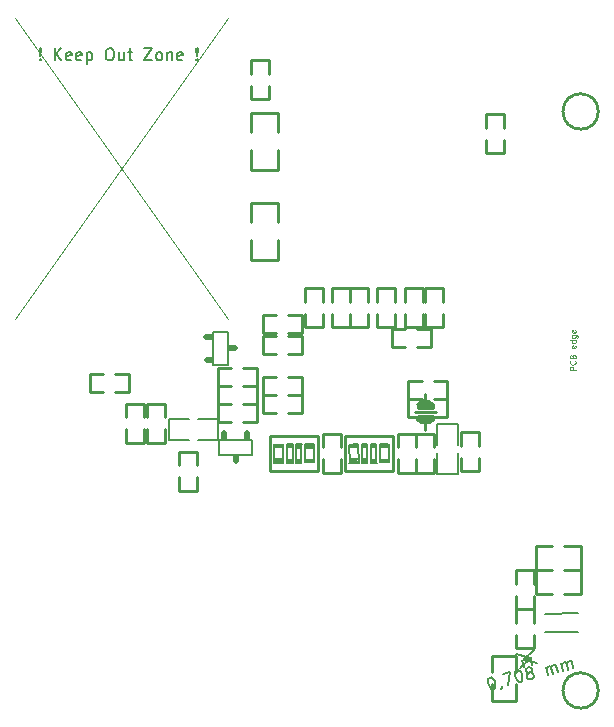
<source format=gbr>
G04 #@! TF.GenerationSoftware,KiCad,Pcbnew,(5.1.10)-1*
G04 #@! TF.CreationDate,2021-08-27T22:23:48-03:00*
G04 #@! TF.ProjectId,ESP32-GATEWAY_Rev_F,45535033-322d-4474-9154-455741595f52,F*
G04 #@! TF.SameCoordinates,Original*
G04 #@! TF.FileFunction,OtherDrawing,Comment*
%FSLAX46Y46*%
G04 Gerber Fmt 4.6, Leading zero omitted, Abs format (unit mm)*
G04 Created by KiCad (PCBNEW (5.1.10)-1) date 2021-08-27 22:23:48*
%MOMM*%
%LPD*%
G01*
G04 APERTURE LIST*
%ADD10C,0.150000*%
%ADD11C,0.254000*%
%ADD12C,0.127000*%
%ADD13C,0.480000*%
%ADD14C,0.120000*%
%ADD15C,0.080000*%
G04 APERTURE END LIST*
D10*
X111163791Y-122985040D02*
X111256063Y-122961459D01*
X111360126Y-122984015D01*
X111418053Y-123018361D01*
X111487770Y-123098843D01*
X111581068Y-123271598D01*
X111640020Y-123502280D01*
X111641045Y-123698615D01*
X111618490Y-123802678D01*
X111584144Y-123860605D01*
X111503662Y-123930322D01*
X111411389Y-123953903D01*
X111307326Y-123931347D01*
X111249399Y-123897001D01*
X111179682Y-123816519D01*
X111086384Y-123643764D01*
X111027432Y-123413083D01*
X111026407Y-123216747D01*
X111048963Y-123112684D01*
X111083308Y-123054757D01*
X111163791Y-122985040D01*
X112183916Y-123707330D02*
X112195706Y-123753466D01*
X112173151Y-123857529D01*
X112138805Y-123915456D01*
X112271062Y-122702071D02*
X112916971Y-122537005D01*
X112749342Y-123611981D01*
X113470607Y-122395520D02*
X113562880Y-122371940D01*
X113666943Y-122394495D01*
X113724869Y-122428841D01*
X113794586Y-122509323D01*
X113887884Y-122682078D01*
X113946836Y-122912760D01*
X113947861Y-123109096D01*
X113925306Y-123213159D01*
X113890960Y-123271085D01*
X113810478Y-123340802D01*
X113718205Y-123364383D01*
X113614142Y-123341828D01*
X113556215Y-123307482D01*
X113486498Y-123227000D01*
X113393200Y-123054245D01*
X113334248Y-122823563D01*
X113333223Y-122627227D01*
X113355779Y-122523164D01*
X113390125Y-122465238D01*
X113470607Y-122395520D01*
X114453311Y-122586730D02*
X114349248Y-122564174D01*
X114291321Y-122529828D01*
X114221604Y-122449346D01*
X114209813Y-122403210D01*
X114232369Y-122299147D01*
X114266715Y-122241220D01*
X114347197Y-122171503D01*
X114531742Y-122124341D01*
X114635805Y-122146897D01*
X114693732Y-122181243D01*
X114763449Y-122261725D01*
X114775240Y-122307861D01*
X114752684Y-122411924D01*
X114718338Y-122469851D01*
X114637856Y-122539568D01*
X114453311Y-122586730D01*
X114372828Y-122656447D01*
X114338482Y-122714374D01*
X114315927Y-122818437D01*
X114363088Y-123002982D01*
X114432806Y-123083464D01*
X114490732Y-123117810D01*
X114594795Y-123140366D01*
X114779341Y-123093204D01*
X114859823Y-123023487D01*
X114894169Y-122965560D01*
X114916724Y-122861497D01*
X114869563Y-122676952D01*
X114799846Y-122596470D01*
X114741919Y-122562124D01*
X114637856Y-122539568D01*
X116117294Y-122751283D02*
X115952228Y-122105374D01*
X115975809Y-122197647D02*
X116010155Y-122139720D01*
X116090637Y-122070003D01*
X116229046Y-122034632D01*
X116333109Y-122057187D01*
X116402827Y-122137670D01*
X116532521Y-122645169D01*
X116402827Y-122137670D02*
X116425382Y-122033607D01*
X116505864Y-121963890D01*
X116644273Y-121928518D01*
X116748336Y-121951074D01*
X116818053Y-122031556D01*
X116947748Y-122539056D01*
X117409111Y-122421152D02*
X117244045Y-121775243D01*
X117267626Y-121867516D02*
X117301972Y-121809589D01*
X117382454Y-121739872D01*
X117520863Y-121704501D01*
X117624926Y-121727056D01*
X117694644Y-121807539D01*
X117824338Y-122315038D01*
X117694644Y-121807539D02*
X117717199Y-121703476D01*
X117797681Y-121633758D01*
X117936090Y-121598387D01*
X118040153Y-121620943D01*
X118109870Y-121701425D01*
X118239565Y-122208925D01*
X113956418Y-121494808D02*
X114642218Y-121319548D01*
X113946940Y-121457720D02*
X114101615Y-122062969D01*
X114632740Y-121282460D02*
X114787415Y-121887709D01*
X114642218Y-121319548D02*
X113695987Y-122166630D01*
X114642218Y-121319548D02*
X113405594Y-121030307D01*
X113956418Y-121494808D02*
X115193042Y-121784049D01*
X113956418Y-121494808D02*
X114902649Y-120647726D01*
D11*
X89281000Y-98298000D02*
X88138000Y-98298000D01*
X88138000Y-98298000D02*
X88138000Y-96774000D01*
X88138000Y-96774000D02*
X89281000Y-96774000D01*
X90297000Y-98298000D02*
X91440000Y-98298000D01*
X91440000Y-98298000D02*
X91440000Y-96774000D01*
X91440000Y-96774000D02*
X90297000Y-96774000D01*
D12*
X86461600Y-102870000D02*
X88188800Y-102870000D01*
X88188800Y-101092000D02*
X88188800Y-102870000D01*
X88188800Y-101092000D02*
X86461600Y-101092000D01*
X85750400Y-101092000D02*
X84023200Y-101092000D01*
X84023200Y-101092000D02*
X84023200Y-102870000D01*
X84023200Y-102870000D02*
X85750400Y-102870000D01*
D11*
X90296999Y-98298000D02*
X91439999Y-98298000D01*
X91439999Y-98298000D02*
X91439999Y-99822000D01*
X91439999Y-99822000D02*
X90296999Y-99822000D01*
X89280999Y-98298000D02*
X88137999Y-98298000D01*
X88137999Y-98298000D02*
X88137999Y-99822000D01*
X88137999Y-99822000D02*
X89280999Y-99822000D01*
D13*
X87193120Y-94165420D02*
X87563960Y-94165420D01*
X87200740Y-96078040D02*
X87571580Y-96078040D01*
X89202260Y-95120460D02*
X89573100Y-95120460D01*
D10*
X87739220Y-93708220D02*
X89042240Y-93708220D01*
X89047320Y-96547940D02*
X87749380Y-96547940D01*
X89042240Y-95115380D02*
X89044780Y-93766640D01*
X89042240Y-95117920D02*
X89042240Y-96540320D01*
X87739220Y-96532700D02*
X87739220Y-93713300D01*
D11*
X90296999Y-99822000D02*
X91439999Y-99822000D01*
X91439999Y-99822000D02*
X91439999Y-101346000D01*
X91439999Y-101346000D02*
X90296999Y-101346000D01*
X89280999Y-99822000D02*
X88137999Y-99822000D01*
X88137999Y-99822000D02*
X88137999Y-101346000D01*
X88137999Y-101346000D02*
X89280999Y-101346000D01*
D13*
X90619580Y-102306120D02*
X90619580Y-102676960D01*
X88706960Y-102313740D02*
X88706960Y-102684580D01*
X89664540Y-104315260D02*
X89664540Y-104686100D01*
D10*
X91076780Y-102852220D02*
X91076780Y-104155240D01*
X88237060Y-104160320D02*
X88237060Y-102862380D01*
X89669620Y-104155240D02*
X91018360Y-104157780D01*
X89667080Y-104155240D02*
X88244680Y-104155240D01*
X88252300Y-102852220D02*
X91071700Y-102852220D01*
D11*
X84863940Y-105008680D02*
X84863940Y-103865680D01*
X84863940Y-103865680D02*
X86387940Y-103865680D01*
X86387940Y-103865680D02*
X86387940Y-105008680D01*
X84863940Y-106024680D02*
X84863940Y-107167680D01*
X84863940Y-107167680D02*
X86387940Y-107167680D01*
X86387940Y-107167680D02*
X86387940Y-106024680D01*
X115062000Y-113919000D02*
X116459000Y-113919000D01*
X115062000Y-115951000D02*
X116459000Y-115951000D01*
X117475000Y-113919000D02*
X118872000Y-113919000D01*
X117475000Y-115951000D02*
X118872000Y-115951000D01*
X115062000Y-115951000D02*
X115062000Y-113919000D01*
X118872000Y-115951000D02*
X118872000Y-113919000D01*
X115062000Y-111887000D02*
X116459000Y-111887000D01*
X115062000Y-113919000D02*
X116459000Y-113919000D01*
X117475000Y-111887000D02*
X118872000Y-111887000D01*
X117475000Y-113919000D02*
X118872000Y-113919000D01*
X115062000Y-113919000D02*
X115062000Y-111887000D01*
X118872000Y-113919000D02*
X118872000Y-111887000D01*
X113411000Y-115062000D02*
X113411000Y-113919000D01*
X113411000Y-113919000D02*
X114935000Y-113919000D01*
X114935000Y-113919000D02*
X114935000Y-115062000D01*
X113411000Y-116078000D02*
X113411000Y-117221000D01*
X113411000Y-117221000D02*
X114935000Y-117221000D01*
X114935000Y-117221000D02*
X114935000Y-116078000D01*
X114935000Y-119380000D02*
X114935000Y-120523000D01*
X114935000Y-120523000D02*
X113411000Y-120523000D01*
X113411000Y-120523000D02*
X113411000Y-119380000D01*
X114935000Y-118364000D02*
X114935000Y-117221000D01*
X114935000Y-117221000D02*
X113411000Y-117221000D01*
X113411000Y-117221000D02*
X113411000Y-118364000D01*
X83693000Y-101981000D02*
X83693000Y-103124000D01*
X83693000Y-103124000D02*
X82169000Y-103124000D01*
X82169000Y-103124000D02*
X82169000Y-101981000D01*
X83693000Y-100965000D02*
X83693000Y-99822000D01*
X83693000Y-99822000D02*
X82169000Y-99822000D01*
X82169000Y-99822000D02*
X82169000Y-100965000D01*
X90932000Y-76835000D02*
X90932000Y-75184000D01*
X90932000Y-75184000D02*
X93218000Y-75184000D01*
X93218000Y-75184000D02*
X93218000Y-76835000D01*
X90932000Y-78359000D02*
X90932000Y-80010000D01*
X90932000Y-80010000D02*
X93218000Y-80010000D01*
X93218000Y-80010000D02*
X93218000Y-78359000D01*
X93218000Y-85979000D02*
X93218000Y-87630000D01*
X93218000Y-87630000D02*
X90932000Y-87630000D01*
X90932000Y-87630000D02*
X90932000Y-85979000D01*
X93218000Y-84455000D02*
X93218000Y-82804000D01*
X93218000Y-82804000D02*
X90932000Y-82804000D01*
X90932000Y-82804000D02*
X90932000Y-84455000D01*
X93091000Y-93853000D02*
X91948000Y-93853000D01*
X91948000Y-93853000D02*
X91948000Y-92329000D01*
X91948000Y-92329000D02*
X93091000Y-92329000D01*
X94107000Y-93853000D02*
X95250000Y-93853000D01*
X95250000Y-93853000D02*
X95250000Y-92329000D01*
X95250000Y-92329000D02*
X94107000Y-92329000D01*
X106426000Y-99441000D02*
X107569000Y-99441000D01*
X107569000Y-99441000D02*
X107569000Y-100965000D01*
X107569000Y-100965000D02*
X106426000Y-100965000D01*
X105410000Y-99441000D02*
X104267000Y-99441000D01*
X104267000Y-99441000D02*
X104267000Y-100965000D01*
X104267000Y-100965000D02*
X105410000Y-100965000D01*
X100838000Y-92202000D02*
X100838000Y-93345000D01*
X100838000Y-93345000D02*
X99314000Y-93345000D01*
X99314000Y-93345000D02*
X99314000Y-92202000D01*
X100838000Y-91186000D02*
X100838000Y-90043000D01*
X100838000Y-90043000D02*
X99314000Y-90043000D01*
X99314000Y-90043000D02*
X99314000Y-91186000D01*
X103124000Y-92202000D02*
X103124000Y-93345000D01*
X103124000Y-93345000D02*
X101600000Y-93345000D01*
X101600000Y-93345000D02*
X101600000Y-92202000D01*
X103124000Y-91186000D02*
X103124000Y-90043000D01*
X103124000Y-90043000D02*
X101600000Y-90043000D01*
X101600000Y-90043000D02*
X101600000Y-91186000D01*
X97028000Y-92202000D02*
X97028000Y-93345000D01*
X97028000Y-93345000D02*
X95504000Y-93345000D01*
X95504000Y-93345000D02*
X95504000Y-92202000D01*
X97028000Y-91186000D02*
X97028000Y-90043000D01*
X97028000Y-90043000D02*
X95504000Y-90043000D01*
X95504000Y-90043000D02*
X95504000Y-91186000D01*
X78465680Y-98772980D02*
X77322680Y-98772980D01*
X77322680Y-98772980D02*
X77322680Y-97248980D01*
X77322680Y-97248980D02*
X78465680Y-97248980D01*
X79481680Y-98772980D02*
X80624680Y-98772980D01*
X80624680Y-98772980D02*
X80624680Y-97248980D01*
X80624680Y-97248980D02*
X79481680Y-97248980D01*
X99314000Y-92202000D02*
X99314000Y-93345000D01*
X99314000Y-93345000D02*
X97790000Y-93345000D01*
X97790000Y-93345000D02*
X97790000Y-92202000D01*
X99314000Y-91186000D02*
X99314000Y-90043000D01*
X99314000Y-90043000D02*
X97790000Y-90043000D01*
X97790000Y-90043000D02*
X97790000Y-91186000D01*
X112395000Y-77470000D02*
X112395000Y-78613000D01*
X112395000Y-78613000D02*
X110871000Y-78613000D01*
X110871000Y-78613000D02*
X110871000Y-77470000D01*
X112395000Y-76454000D02*
X112395000Y-75311000D01*
X112395000Y-75311000D02*
X110871000Y-75311000D01*
X110871000Y-75311000D02*
X110871000Y-76454000D01*
X90932000Y-71882000D02*
X90932000Y-70739000D01*
X90932000Y-70739000D02*
X92456000Y-70739000D01*
X92456000Y-70739000D02*
X92456000Y-71882000D01*
X90932000Y-72898000D02*
X90932000Y-74041000D01*
X90932000Y-74041000D02*
X92456000Y-74041000D01*
X92456000Y-74041000D02*
X92456000Y-72898000D01*
X80391000Y-100965000D02*
X80391000Y-99822000D01*
X80391000Y-99822000D02*
X81915000Y-99822000D01*
X81915000Y-99822000D02*
X81915000Y-100965000D01*
X80391000Y-101981000D02*
X80391000Y-103124000D01*
X80391000Y-103124000D02*
X81915000Y-103124000D01*
X81915000Y-103124000D02*
X81915000Y-101981000D01*
X105410000Y-99441000D02*
X104267000Y-99441000D01*
X104267000Y-99441000D02*
X104267000Y-97917000D01*
X104267000Y-97917000D02*
X105410000Y-97917000D01*
X106426000Y-99441000D02*
X107569000Y-99441000D01*
X107569000Y-99441000D02*
X107569000Y-97917000D01*
X107569000Y-97917000D02*
X106426000Y-97917000D01*
X93091000Y-99060000D02*
X91948000Y-99060000D01*
X91948000Y-99060000D02*
X91948000Y-97536000D01*
X91948000Y-97536000D02*
X93091000Y-97536000D01*
X94107000Y-99060000D02*
X95250000Y-99060000D01*
X95250000Y-99060000D02*
X95250000Y-97536000D01*
X95250000Y-97536000D02*
X94107000Y-97536000D01*
X93091000Y-100584000D02*
X91948000Y-100584000D01*
X91948000Y-100584000D02*
X91948000Y-99060000D01*
X91948000Y-99060000D02*
X93091000Y-99060000D01*
X94107000Y-100584000D02*
X95250000Y-100584000D01*
X95250000Y-100584000D02*
X95250000Y-99060000D01*
X95250000Y-99060000D02*
X94107000Y-99060000D01*
X93091000Y-95631000D02*
X91948000Y-95631000D01*
X91948000Y-95631000D02*
X91948000Y-94107000D01*
X91948000Y-94107000D02*
X93091000Y-94107000D01*
X94107000Y-95631000D02*
X95250000Y-95631000D01*
X95250000Y-95631000D02*
X95250000Y-94107000D01*
X95250000Y-94107000D02*
X94107000Y-94107000D01*
X105029000Y-93472000D02*
X106172000Y-93472000D01*
X106172000Y-93472000D02*
X106172000Y-94996000D01*
X106172000Y-94996000D02*
X105029000Y-94996000D01*
X104013000Y-93472000D02*
X102870000Y-93472000D01*
X102870000Y-93472000D02*
X102870000Y-94996000D01*
X102870000Y-94996000D02*
X104013000Y-94996000D01*
X98552000Y-104521000D02*
X98552000Y-105664000D01*
X98552000Y-105664000D02*
X97028000Y-105664000D01*
X97028000Y-105664000D02*
X97028000Y-104521000D01*
X98552000Y-103505000D02*
X98552000Y-102362000D01*
X98552000Y-102362000D02*
X97028000Y-102362000D01*
X97028000Y-102362000D02*
X97028000Y-103505000D01*
X110236000Y-104394000D02*
X110236000Y-105537000D01*
X110236000Y-105537000D02*
X108712000Y-105537000D01*
X108712000Y-105537000D02*
X108712000Y-104394000D01*
X110236000Y-103378000D02*
X110236000Y-102235000D01*
X110236000Y-102235000D02*
X108712000Y-102235000D01*
X108712000Y-102235000D02*
X108712000Y-103378000D01*
X107188000Y-92202000D02*
X107188000Y-93345000D01*
X107188000Y-93345000D02*
X105664000Y-93345000D01*
X105664000Y-93345000D02*
X105664000Y-92202000D01*
X107188000Y-91186000D02*
X107188000Y-90043000D01*
X107188000Y-90043000D02*
X105664000Y-90043000D01*
X105664000Y-90043000D02*
X105664000Y-91186000D01*
X103378000Y-103505000D02*
X103378000Y-102362000D01*
X103378000Y-102362000D02*
X104902000Y-102362000D01*
X104902000Y-102362000D02*
X104902000Y-103505000D01*
X103378000Y-104521000D02*
X103378000Y-105664000D01*
X103378000Y-105664000D02*
X104902000Y-105664000D01*
X104902000Y-105664000D02*
X104902000Y-104521000D01*
X104902000Y-103505000D02*
X104902000Y-102362000D01*
X104902000Y-102362000D02*
X106426000Y-102362000D01*
X106426000Y-102362000D02*
X106426000Y-103505000D01*
X104902000Y-104521000D02*
X104902000Y-105664000D01*
X104902000Y-105664000D02*
X106426000Y-105664000D01*
X106426000Y-105664000D02*
X106426000Y-104521000D01*
X113411000Y-121158000D02*
X113411000Y-122555000D01*
X111379000Y-121158000D02*
X111379000Y-122555000D01*
X113411000Y-123571000D02*
X113411000Y-124968000D01*
X111379000Y-123571000D02*
X111379000Y-124968000D01*
X111379000Y-121158000D02*
X113411000Y-121158000D01*
X111379000Y-124968000D02*
X113411000Y-124968000D01*
X105219500Y-99783900D02*
X106235500Y-99783900D01*
X106387900Y-99961700D02*
X105067100Y-99961700D01*
X105067100Y-100164900D02*
X105067100Y-99860100D01*
X106387900Y-100164900D02*
X106387900Y-99860100D01*
X106387900Y-100164900D02*
X105067100Y-100164900D01*
X105067100Y-100876100D02*
X105067100Y-101180900D01*
X106387900Y-100876100D02*
X105067100Y-100876100D01*
X106387900Y-101180900D02*
X106387900Y-100876100D01*
X105067100Y-101079300D02*
X106387900Y-101079300D01*
X105168700Y-101231700D02*
X106184700Y-101231700D01*
X105168700Y-101231700D02*
X106184700Y-101231700D01*
X105067100Y-101079300D02*
X106387900Y-101079300D01*
X106387900Y-101180900D02*
X106387900Y-100876100D01*
X106387900Y-100876100D02*
X105067100Y-100876100D01*
X105067100Y-100876100D02*
X105067100Y-101180900D01*
X105727500Y-99504500D02*
X105727500Y-98996500D01*
X105727500Y-101536500D02*
X105727500Y-102044500D01*
X106616500Y-100520500D02*
X104838500Y-100520500D01*
X106387900Y-101180900D02*
G75*
G02*
X105067100Y-101180900I-660400J660400D01*
G01*
X105067100Y-99860100D02*
G75*
G02*
X106387900Y-99860100I660400J-660400D01*
G01*
D10*
X118623080Y-117561360D02*
X115818920Y-117568980D01*
X115818920Y-119169180D02*
X118630700Y-119161560D01*
D12*
X108458000Y-103276400D02*
X108458000Y-101549200D01*
X106680000Y-101549200D02*
X108458000Y-101549200D01*
X106680000Y-101549200D02*
X106680000Y-103276400D01*
X106680000Y-103987600D02*
X106680000Y-105714800D01*
X106680000Y-105714800D02*
X108458000Y-105714800D01*
X108458000Y-105714800D02*
X108458000Y-103987600D01*
D11*
X98958400Y-105486200D02*
X98958400Y-102552500D01*
X102971600Y-102539800D02*
X99021900Y-102539800D01*
X102971600Y-105486200D02*
X102971600Y-102539800D01*
X102971600Y-105486200D02*
X98958400Y-105486200D01*
D10*
X99326700Y-103365300D02*
X99956620Y-103357680D01*
X100012500Y-103479600D02*
X99357180Y-103479600D01*
X100007420Y-104510840D02*
X99364800Y-104510840D01*
X99971860Y-104653080D02*
X99390200Y-104653080D01*
X100058220Y-104790240D02*
X99296220Y-104790240D01*
X99308920Y-104790240D02*
X99301300Y-103271320D01*
X99301300Y-103256080D02*
X100063300Y-103251000D01*
X100063300Y-103251000D02*
X100068380Y-104780080D01*
X100789740Y-103352600D02*
X100411280Y-103350060D01*
X100799900Y-103461820D02*
X100380800Y-103461820D01*
X100779580Y-104658160D02*
X100413820Y-104658160D01*
X100802440Y-104515920D02*
X100370640Y-104515920D01*
X100810060Y-104792780D02*
X100340160Y-104792780D01*
X100342700Y-104795320D02*
X100342700Y-103245920D01*
X100342700Y-103245920D02*
X100810060Y-103245920D01*
X100810060Y-103245920D02*
X100810060Y-104790240D01*
X101554280Y-103451660D02*
X101145340Y-103451660D01*
X101546660Y-103367840D02*
X101203760Y-103367840D01*
X101546660Y-104531160D02*
X101150420Y-104531160D01*
X101566980Y-104645460D02*
X101178360Y-104642920D01*
X101592380Y-104785160D02*
X101086920Y-104785160D01*
X101086920Y-104790240D02*
X101089460Y-103230680D01*
X101089460Y-103230680D02*
X101587300Y-103230680D01*
X101587300Y-103230680D02*
X101587300Y-104790240D01*
X102608380Y-104531160D02*
X101993700Y-104526080D01*
X101945440Y-103505000D02*
X102582980Y-103505000D01*
X102580440Y-103357680D02*
X101973380Y-103360220D01*
X101904800Y-104635300D02*
X102603300Y-104635300D01*
X102649020Y-104775000D02*
X102649020Y-103223060D01*
X102643940Y-104769920D02*
X101897180Y-104769920D01*
X101894640Y-104775000D02*
X101894640Y-103223060D01*
X101894640Y-103223060D02*
X102603300Y-103223060D01*
D11*
X96621600Y-102539800D02*
X96621600Y-105473500D01*
X92608400Y-105486200D02*
X96558100Y-105486200D01*
X92608400Y-102539800D02*
X92608400Y-105486200D01*
X92608400Y-102539800D02*
X96621600Y-102539800D01*
D10*
X96253300Y-104660700D02*
X95623380Y-104668320D01*
X95567500Y-104546400D02*
X96222820Y-104546400D01*
X95572580Y-103515160D02*
X96215200Y-103515160D01*
X95608140Y-103372920D02*
X96189800Y-103372920D01*
X95521780Y-103235760D02*
X96283780Y-103235760D01*
X96271080Y-103235760D02*
X96278700Y-104754680D01*
X96278700Y-104769920D02*
X95516700Y-104775000D01*
X95516700Y-104775000D02*
X95511620Y-103245920D01*
X94790260Y-104673400D02*
X95168720Y-104675940D01*
X94780100Y-104564180D02*
X95199200Y-104564180D01*
X94800420Y-103367840D02*
X95166180Y-103367840D01*
X94777560Y-103510080D02*
X95209360Y-103510080D01*
X94769940Y-103233220D02*
X95239840Y-103233220D01*
X95237300Y-103230680D02*
X95237300Y-104780080D01*
X95237300Y-104780080D02*
X94769940Y-104780080D01*
X94769940Y-104780080D02*
X94769940Y-103235760D01*
X94025720Y-104574340D02*
X94434660Y-104574340D01*
X94033340Y-104658160D02*
X94376240Y-104658160D01*
X94033340Y-103494840D02*
X94429580Y-103494840D01*
X94013020Y-103380540D02*
X94401640Y-103383080D01*
X93987620Y-103240840D02*
X94493080Y-103240840D01*
X94493080Y-103235760D02*
X94490540Y-104795320D01*
X94490540Y-104795320D02*
X93992700Y-104795320D01*
X93992700Y-104795320D02*
X93992700Y-103235760D01*
X92971620Y-103494840D02*
X93586300Y-103499920D01*
X93634560Y-104521000D02*
X92997020Y-104521000D01*
X92999560Y-104668320D02*
X93606620Y-104665780D01*
X93675200Y-103390700D02*
X92976700Y-103390700D01*
X92930980Y-103251000D02*
X92930980Y-104802940D01*
X92936060Y-103256080D02*
X93682820Y-103256080D01*
X93685360Y-103251000D02*
X93685360Y-104802940D01*
X93685360Y-104802940D02*
X92976700Y-104802940D01*
D14*
X89010000Y-67133000D02*
X71010000Y-92633000D01*
X71010000Y-67133000D02*
X89010000Y-92633000D01*
D11*
X120372000Y-124079000D02*
G75*
G03*
X120372000Y-124079000I-1500000J0D01*
G01*
X120372000Y-75057000D02*
G75*
G03*
X120372000Y-75057000I-1500000J0D01*
G01*
X104013000Y-91186000D02*
X104013000Y-90043000D01*
X104013000Y-90043000D02*
X105537000Y-90043000D01*
X105537000Y-90043000D02*
X105537000Y-91186000D01*
X104013000Y-92202000D02*
X104013000Y-93345000D01*
X104013000Y-93345000D02*
X105537000Y-93345000D01*
X105537000Y-93345000D02*
X105537000Y-92202000D01*
D15*
X118444590Y-96965080D02*
X117944590Y-96965080D01*
X117944590Y-96774604D01*
X117968400Y-96726985D01*
X117992209Y-96703176D01*
X118039828Y-96679366D01*
X118111257Y-96679366D01*
X118158876Y-96703176D01*
X118182685Y-96726985D01*
X118206495Y-96774604D01*
X118206495Y-96965080D01*
X118396971Y-96179366D02*
X118420780Y-96203176D01*
X118444590Y-96274604D01*
X118444590Y-96322223D01*
X118420780Y-96393652D01*
X118373161Y-96441271D01*
X118325542Y-96465080D01*
X118230304Y-96488890D01*
X118158876Y-96488890D01*
X118063638Y-96465080D01*
X118016019Y-96441271D01*
X117968400Y-96393652D01*
X117944590Y-96322223D01*
X117944590Y-96274604D01*
X117968400Y-96203176D01*
X117992209Y-96179366D01*
X118182685Y-95798414D02*
X118206495Y-95726985D01*
X118230304Y-95703176D01*
X118277923Y-95679366D01*
X118349352Y-95679366D01*
X118396971Y-95703176D01*
X118420780Y-95726985D01*
X118444590Y-95774604D01*
X118444590Y-95965080D01*
X117944590Y-95965080D01*
X117944590Y-95798414D01*
X117968400Y-95750795D01*
X117992209Y-95726985D01*
X118039828Y-95703176D01*
X118087447Y-95703176D01*
X118135066Y-95726985D01*
X118158876Y-95750795D01*
X118182685Y-95798414D01*
X118182685Y-95965080D01*
X118420780Y-94893652D02*
X118444590Y-94941271D01*
X118444590Y-95036509D01*
X118420780Y-95084128D01*
X118373161Y-95107938D01*
X118182685Y-95107938D01*
X118135066Y-95084128D01*
X118111257Y-95036509D01*
X118111257Y-94941271D01*
X118135066Y-94893652D01*
X118182685Y-94869842D01*
X118230304Y-94869842D01*
X118277923Y-95107938D01*
X118444590Y-94441271D02*
X117944590Y-94441271D01*
X118420780Y-94441271D02*
X118444590Y-94488890D01*
X118444590Y-94584128D01*
X118420780Y-94631747D01*
X118396971Y-94655557D01*
X118349352Y-94679366D01*
X118206495Y-94679366D01*
X118158876Y-94655557D01*
X118135066Y-94631747D01*
X118111257Y-94584128D01*
X118111257Y-94488890D01*
X118135066Y-94441271D01*
X118111257Y-93988890D02*
X118516019Y-93988890D01*
X118563638Y-94012700D01*
X118587447Y-94036509D01*
X118611257Y-94084128D01*
X118611257Y-94155557D01*
X118587447Y-94203176D01*
X118420780Y-93988890D02*
X118444590Y-94036509D01*
X118444590Y-94131747D01*
X118420780Y-94179366D01*
X118396971Y-94203176D01*
X118349352Y-94226985D01*
X118206495Y-94226985D01*
X118158876Y-94203176D01*
X118135066Y-94179366D01*
X118111257Y-94131747D01*
X118111257Y-94036509D01*
X118135066Y-93988890D01*
X118420780Y-93560319D02*
X118444590Y-93607938D01*
X118444590Y-93703176D01*
X118420780Y-93750795D01*
X118373161Y-93774604D01*
X118182685Y-93774604D01*
X118135066Y-93750795D01*
X118111257Y-93703176D01*
X118111257Y-93607938D01*
X118135066Y-93560319D01*
X118182685Y-93536509D01*
X118230304Y-93536509D01*
X118277923Y-93774604D01*
D10*
X73107142Y-70630142D02*
X73154761Y-70677761D01*
X73107142Y-70725380D01*
X73059523Y-70677761D01*
X73107142Y-70630142D01*
X73107142Y-70725380D01*
X73107142Y-70344428D02*
X73059523Y-69773000D01*
X73107142Y-69725380D01*
X73154761Y-69773000D01*
X73107142Y-70344428D01*
X73107142Y-69725380D01*
X74345238Y-70725380D02*
X74345238Y-69725380D01*
X74916666Y-70725380D02*
X74488095Y-70153952D01*
X74916666Y-69725380D02*
X74345238Y-70296809D01*
X75726190Y-70677761D02*
X75630952Y-70725380D01*
X75440476Y-70725380D01*
X75345238Y-70677761D01*
X75297619Y-70582523D01*
X75297619Y-70201571D01*
X75345238Y-70106333D01*
X75440476Y-70058714D01*
X75630952Y-70058714D01*
X75726190Y-70106333D01*
X75773809Y-70201571D01*
X75773809Y-70296809D01*
X75297619Y-70392047D01*
X76583333Y-70677761D02*
X76488095Y-70725380D01*
X76297619Y-70725380D01*
X76202380Y-70677761D01*
X76154761Y-70582523D01*
X76154761Y-70201571D01*
X76202380Y-70106333D01*
X76297619Y-70058714D01*
X76488095Y-70058714D01*
X76583333Y-70106333D01*
X76630952Y-70201571D01*
X76630952Y-70296809D01*
X76154761Y-70392047D01*
X77059523Y-70058714D02*
X77059523Y-71058714D01*
X77059523Y-70106333D02*
X77154761Y-70058714D01*
X77345238Y-70058714D01*
X77440476Y-70106333D01*
X77488095Y-70153952D01*
X77535714Y-70249190D01*
X77535714Y-70534904D01*
X77488095Y-70630142D01*
X77440476Y-70677761D01*
X77345238Y-70725380D01*
X77154761Y-70725380D01*
X77059523Y-70677761D01*
X78916666Y-69725380D02*
X79107142Y-69725380D01*
X79202380Y-69773000D01*
X79297619Y-69868238D01*
X79345238Y-70058714D01*
X79345238Y-70392047D01*
X79297619Y-70582523D01*
X79202380Y-70677761D01*
X79107142Y-70725380D01*
X78916666Y-70725380D01*
X78821428Y-70677761D01*
X78726190Y-70582523D01*
X78678571Y-70392047D01*
X78678571Y-70058714D01*
X78726190Y-69868238D01*
X78821428Y-69773000D01*
X78916666Y-69725380D01*
X80202380Y-70058714D02*
X80202380Y-70725380D01*
X79773809Y-70058714D02*
X79773809Y-70582523D01*
X79821428Y-70677761D01*
X79916666Y-70725380D01*
X80059523Y-70725380D01*
X80154761Y-70677761D01*
X80202380Y-70630142D01*
X80535714Y-70058714D02*
X80916666Y-70058714D01*
X80678571Y-69725380D02*
X80678571Y-70582523D01*
X80726190Y-70677761D01*
X80821428Y-70725380D01*
X80916666Y-70725380D01*
X81916666Y-69725380D02*
X82583333Y-69725380D01*
X81916666Y-70725380D01*
X82583333Y-70725380D01*
X83107142Y-70725380D02*
X83011904Y-70677761D01*
X82964285Y-70630142D01*
X82916666Y-70534904D01*
X82916666Y-70249190D01*
X82964285Y-70153952D01*
X83011904Y-70106333D01*
X83107142Y-70058714D01*
X83250000Y-70058714D01*
X83345238Y-70106333D01*
X83392857Y-70153952D01*
X83440476Y-70249190D01*
X83440476Y-70534904D01*
X83392857Y-70630142D01*
X83345238Y-70677761D01*
X83250000Y-70725380D01*
X83107142Y-70725380D01*
X83869047Y-70058714D02*
X83869047Y-70725380D01*
X83869047Y-70153952D02*
X83916666Y-70106333D01*
X84011904Y-70058714D01*
X84154761Y-70058714D01*
X84250000Y-70106333D01*
X84297619Y-70201571D01*
X84297619Y-70725380D01*
X85154761Y-70677761D02*
X85059523Y-70725380D01*
X84869047Y-70725380D01*
X84773809Y-70677761D01*
X84726190Y-70582523D01*
X84726190Y-70201571D01*
X84773809Y-70106333D01*
X84869047Y-70058714D01*
X85059523Y-70058714D01*
X85154761Y-70106333D01*
X85202380Y-70201571D01*
X85202380Y-70296809D01*
X84726190Y-70392047D01*
X86392857Y-70630142D02*
X86440476Y-70677761D01*
X86392857Y-70725380D01*
X86345238Y-70677761D01*
X86392857Y-70630142D01*
X86392857Y-70725380D01*
X86392857Y-70344428D02*
X86345238Y-69773000D01*
X86392857Y-69725380D01*
X86440476Y-69773000D01*
X86392857Y-70344428D01*
X86392857Y-69725380D01*
M02*

</source>
